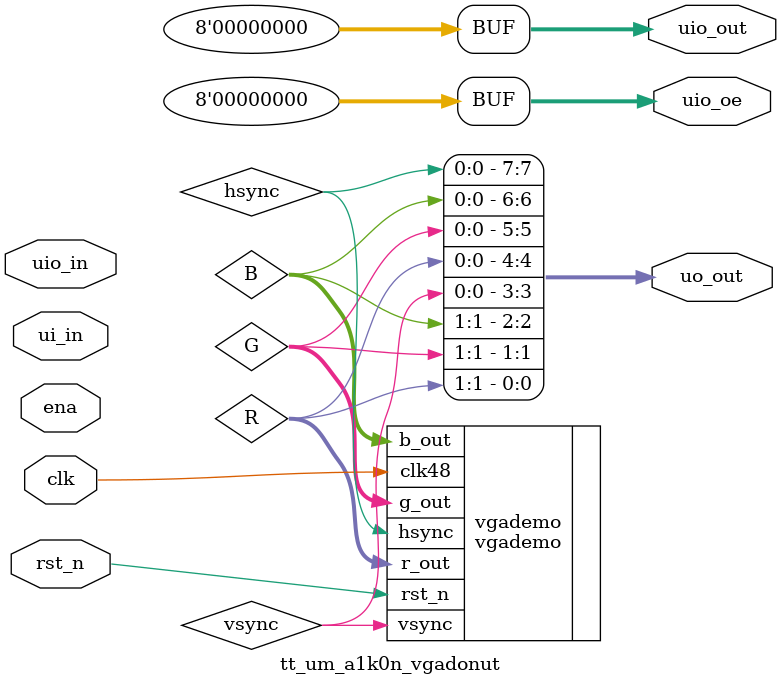
<source format=v>
`default_nettype none

module tt_um_a1k0n_vgadonut(
  input  wire [7:0] ui_in,    // Dedicated inputs
  output wire [7:0] uo_out,   // Dedicated outputs
  input  wire [7:0] uio_in,   // IOs: Input path
  output wire [7:0] uio_out,  // IOs: Output path
  output wire [7:0] uio_oe,   // IOs: Enable path (active high: 0=input, 1=output)
  input  wire       ena,      // always 1 when the design is powered, so you can ignore it
  input  wire       clk,      // clock
  input  wire       rst_n     // reset_n - low to reset
);

  // VGA signals
  wire hsync;
  wire vsync;
  wire audio;
  wire [1:0] R;
  wire [1:0] G;
  wire [1:0] B;

  vgademo vgademo(
    .clk48(clk),
    .vsync(vsync),
    .hsync(hsync),
    .r_out(R),
    .g_out(G),
    .b_out(B),
    .rst_n(rst_n)
  );

  // TinyVGA PMOD
  assign uo_out = {hsync, B[0], G[0], R[0], vsync, B[1], G[1], R[1]};

  // Unused outputs assigned to 0.
  assign uio_out = 8'b0;
  assign uio_oe  = 8'b0;

  // Suppress unused signals warning
  wire _unused_ok = &{ena, ui_in, uio_in};

endmodule

</source>
